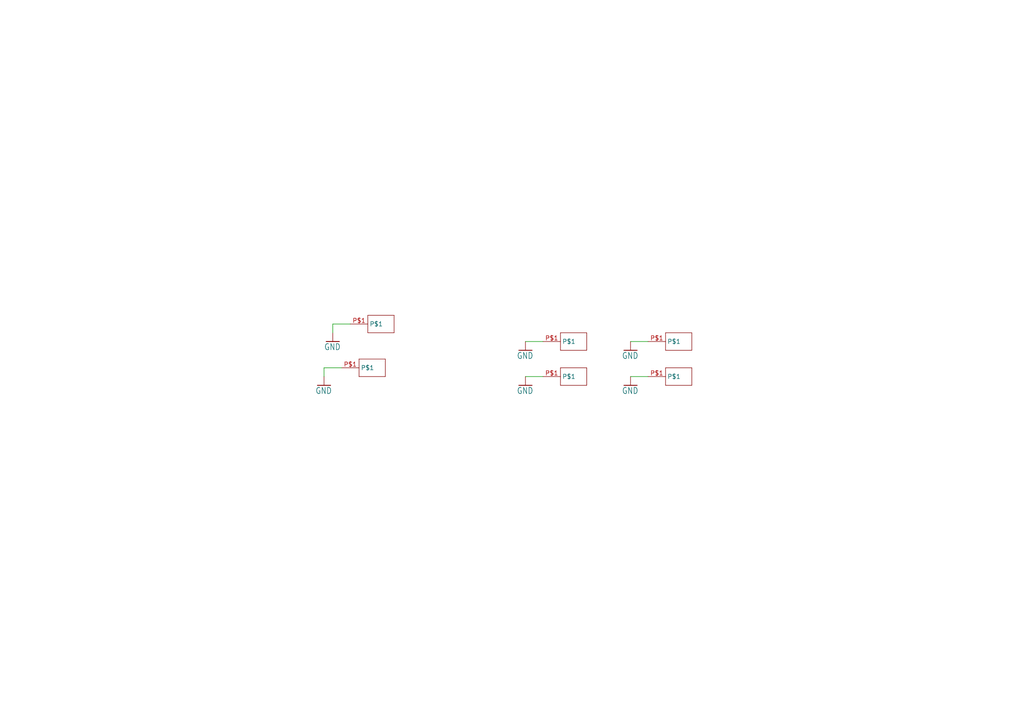
<source format=kicad_sch>
(kicad_sch (version 20230121) (generator eeschema)
  (paper "A4")
  (lib_symbols
    (symbol "appleii_blanking_plate-eagle-import:EDGEPAD"
      (symbol "EDGEPAD_1_0"
        (polyline (pts (xy 0 -2.54) (xy 7.62 -2.54)) (stroke (width 0.1524)))
        (polyline (pts (xy 0 2.54) (xy 0 -2.54)) (stroke (width 0.1524)))
        (polyline (pts (xy 7.62 -2.54) (xy 7.62 2.54)) (stroke (width 0.1524)))
        (polyline (pts (xy 7.62 2.54) (xy 0 2.54)) (stroke (width 0.1524)))
        (pin bidirectional line (at -5.08 0 0) (length 5.08) (name "P$1") (number "P$1"))
      )
    )
    (symbol "appleii_blanking_plate-eagle-import:EDGEPADEDGEPAD_20MM"
      (symbol "EDGEPADEDGEPAD_20MM_1_0"
        (polyline (pts (xy 0 -2.54) (xy 7.62 -2.54)) (stroke (width 0.1524)))
        (polyline (pts (xy 0 2.54) (xy 0 -2.54)) (stroke (width 0.1524)))
        (polyline (pts (xy 7.62 -2.54) (xy 7.62 2.54)) (stroke (width 0.1524)))
        (polyline (pts (xy 7.62 2.54) (xy 0 2.54)) (stroke (width 0.1524)))
        (pin bidirectional line (at -5.08 0 0) (length 5.08) (name "P$1") (number "P$1"))
      )
    )
    (symbol "appleii_blanking_plate-eagle-import:GND" (power)
      (property "Value" "GND" (at -2.54 -2.54 0))
      (symbol "GND_1_0"
        (polyline (pts (xy -1.905 0) (xy 1.905 0)) (stroke (width 0.254)))
        (pin power_in line (at 0 2.54 270) (length 2.54) (name "GND") (number "1"))
      )
    )
  )
  (wire (pts (xy 152.4 109.22) (xy 157.48 109.22)) (stroke (width 0.1524)))
  (wire (pts (xy 152.4 99.06) (xy 157.48 99.06)) (stroke (width 0.1524)))
  (wire (pts (xy 182.88 99.06) (xy 187.96 99.06)) (stroke (width 0.1524)))
  (wire (pts (xy 182.88 109.22) (xy 187.96 109.22)) (stroke (width 0.1524)))
  (wire (pts (xy 93.98 109.22) (xy 93.98 106.68)) (stroke (width 0.1524)))
  (wire (pts (xy 96.52 96.52) (xy 96.52 93.98)) (stroke (width 0.1524)))
  (wire (pts (xy 96.52 93.98) (xy 101.6 93.98)) (stroke (width 0.1524)))
  (wire (pts (xy 93.98 106.68) (xy 99.06 106.68)) (stroke (width 0.1524)))
  (symbol (lib_id "appleii_blanking_plate-eagle-import:GND") (at 93.98 111.76 0) (unit 1)
    (property "Reference" "#GND5" (effects hide))
    (property "Value" "GND" (at 91.44 114.3 0) (effects (font (size 1.778 1.5113)) (justify left bottom)))
  )
  (symbol (lib_id "appleii_blanking_plate-eagle-import:EDGEPAD") (at 162.56 99.06 0) (unit 1)
    (property "Reference" "U$2" (effects hide))
    (property "Value" "EDGEPAD" (effects hide))
    (property "Footprint" "appleii_blanking_plate:EDGEPAD" (effects hide))
  )
  (symbol (lib_id "appleii_blanking_plate-eagle-import:EDGEPAD") (at 162.56 109.22 0) (unit 1)
    (property "Reference" "U$13" (effects hide))
    (property "Value" "EDGEPAD" (effects hide))
    (property "Footprint" "appleii_blanking_plate:EDGEPAD" (effects hide))
  )
  (symbol (lib_id "appleii_blanking_plate-eagle-import:EDGEPADEDGEPAD_20MM") (at 104.14 106.68 0) (unit 1)
    (property "Reference" "U$5" (effects hide))
    (property "Value" "EDGEPADEDGEPAD_20MM" (effects hide))
    (property "Footprint" "appleii_blanking_plate:EDGEPAD_20MM" (effects hide))
  )
  (symbol (lib_id "appleii_blanking_plate-eagle-import:EDGEPAD") (at 193.04 109.22 0) (unit 1)
    (property "Reference" "U$3" (effects hide))
    (property "Value" "EDGEPAD" (effects hide))
    (property "Footprint" "appleii_blanking_plate:EDGEPAD" (effects hide))
  )
  (symbol (lib_id "appleii_blanking_plate-eagle-import:GND") (at 96.52 99.06 0) (unit 1)
    (property "Reference" "#GND1" (effects hide))
    (property "Value" "GND" (at 93.98 101.6 0) (effects (font (size 1.778 1.5113)) (justify left bottom)))
  )
  (symbol (lib_id "appleii_blanking_plate-eagle-import:GND") (at 182.88 111.76 0) (unit 1)
    (property "Reference" "#GND3" (effects hide))
    (property "Value" "GND" (at 180.34 114.3 0) (effects (font (size 1.778 1.5113)) (justify left bottom)))
  )
  (symbol (lib_id "appleii_blanking_plate-eagle-import:GND") (at 152.4 101.6 0) (unit 1)
    (property "Reference" "#GND2" (effects hide))
    (property "Value" "GND" (at 149.86 104.14 0) (effects (font (size 1.778 1.5113)) (justify left bottom)))
  )
  (symbol (lib_id "appleii_blanking_plate-eagle-import:EDGEPAD") (at 193.04 99.06 0) (unit 1)
    (property "Reference" "U$4" (effects hide))
    (property "Value" "EDGEPAD" (effects hide))
    (property "Footprint" "appleii_blanking_plate:EDGEPAD" (effects hide))
  )
  (symbol (lib_id "appleii_blanking_plate-eagle-import:EDGEPADEDGEPAD_20MM") (at 106.68 93.98 0) (unit 1)
    (property "Reference" "U$1" (effects hide))
    (property "Value" "EDGEPADEDGEPAD_20MM" (effects hide))
    (property "Footprint" "appleii_blanking_plate:EDGEPAD_20MM" (effects hide))
  )
  (symbol (lib_id "appleii_blanking_plate-eagle-import:GND") (at 152.4 111.76 0) (unit 1)
    (property "Reference" "#GND15" (effects hide))
    (property "Value" "GND" (at 149.86 114.3 0) (effects (font (size 1.778 1.5113)) (justify left bottom)))
  )
  (symbol (lib_id "appleii_blanking_plate-eagle-import:GND") (at 182.88 101.6 0) (unit 1)
    (property "Reference" "#GND4" (effects hide))
    (property "Value" "GND" (at 180.34 104.14 0) (effects (font (size 1.778 1.5113)) (justify left bottom)))
  )
)
</source>
